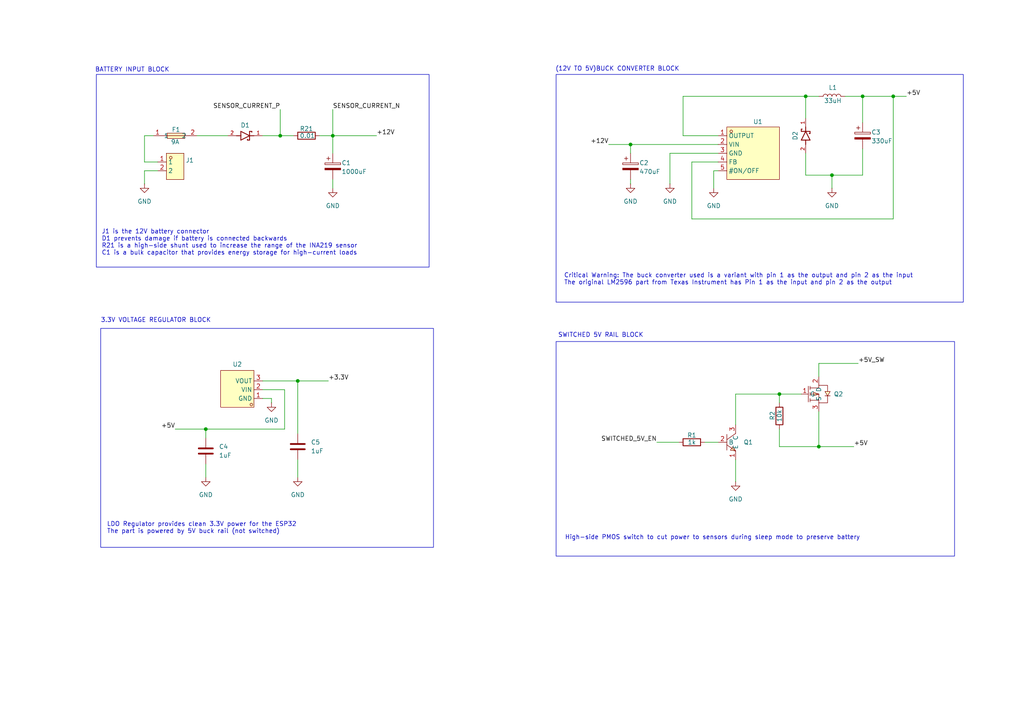
<source format=kicad_sch>
(kicad_sch (version 20250114) (generator "eeschema") (generator_version "9.0")
  (paper "A4")
  (lib_symbols
    (symbol "COIL:2N2222"
      (property "Reference" "Q" (at 0 10.16 0))
      (property "Value" "2N2222" (at 0 -10.16 0))
      (symbol "2N2222_0_1"
        (polyline (pts (xy 0 2.29) (xy 0 -2.29)))
        (polyline (pts (xy 0 -0.76) (xy 2.54 -2.54)))
        (polyline (pts (xy 2.54 2.54) (xy 0 0.76)))
        (polyline (pts (xy 2.54 -2.54) (xy 1.78 -1.27) (xy 1.02 -2.29) (xy 2.54 -2.54)) (fill (type background)))
        (pin unspecified line (at -2.54 0 0) (length 2.54) (name "B") (number "2"))
        (pin unspecified line (at 2.54 5.08 270) (length 2.54) (name "C") (number "3"))
        (pin unspecified line (at 2.54 -5.08 90) (length 2.54) (name "E") (number "1"))
      )
    )
    (symbol "COIL:A16-900"
      (property "Reference" "F" (at 0 5.08 0))
      (property "Value" "A16-900" (at 0 -5.08 0))
      (symbol "A16-900_0_1"
        (polyline (pts (xy -3.81 0) (xy 4.32 0)))
        (polyline (pts (xy -2.29 0.76) (xy -2.29 -0.76) (xy 2.79 -0.76) (xy 2.79 0.76) (xy -2.29 0.76)) (fill (type background)))
        (pin unspecified line (at -6.35 0 0) (length 2.54) (name "1") (number "1"))
        (pin unspecified line (at 6.35 0 180) (length 2.54) (name "2") (number "2"))
      )
    )
    (symbol "COIL:IRF9540NPBF"
      (property "Reference" "Q" (at 0 10.16 0))
      (property "Value" "IRF9540NPBF" (at 0 -10.16 0))
      (symbol "IRF9540NPBF_0_1"
        (polyline (pts (xy -1.78 2.29) (xy -1.78 -2.29)))
        (polyline (pts (xy -1.27 1.27) (xy -1.27 2.29)))
        (polyline (pts (xy -1.27 0) (xy 1.27 0) (xy 1.27 -2.54)))
        (polyline (pts (xy -1.27 -0.51) (xy -1.27 0.51)))
        (polyline (pts (xy -1.27 -2.29) (xy -1.27 -1.27)))
        (polyline (pts (xy 1.27 1.78) (xy -1.27 1.78)))
        (polyline (pts (xy 1.27 1.78) (xy 1.27 2.54) (xy 3.81 2.54) (xy 3.81 0.76)))
        (polyline (pts (xy 1.27 0) (xy -0.25 0.51) (xy -0.25 -0.51) (xy 1.27 0)) (fill (type background)))
        (polyline (pts (xy 1.27 -1.78) (xy -1.27 -1.78)))
        (polyline (pts (xy 1.27 -2.54) (xy 3.81 -2.54) (xy 3.81 -0.51)))
        (polyline (pts (xy 3.81 -0.51) (xy 4.57 0.76) (xy 3.05 0.76) (xy 3.81 -0.51)) (fill (type background)))
        (polyline (pts (xy 4.57 -0.51) (xy 4.32 -0.51) (xy 3.3 -0.51) (xy 3.05 -0.51)))
        (pin unspecified line (at -3.81 0 0) (length 2.032) (name "G") (number "1"))
        (pin unspecified line (at 1.27 5.08 270) (length 2.54) (name "D") (number "2"))
        (pin unspecified line (at 1.27 -5.08 90) (length 2.54) (name "S") (number "3"))
      )
    )
    (symbol "COIL:KF128-5.08-2P"
      (property "Reference" "U" (at 0 6.35 0))
      (property "Value" "KF128-5.08-2P" (at 0 -6.35 0))
      (symbol "KF128-5.08-2P_0_1"
        (rectangle (start -2.54 3.81) (end 2.54 -3.81) (fill (type background)))
        (circle (center -1.27 2.54) (radius 0.38))
        (pin unspecified line (at -5.08 1.27 0) (length 2.54) (name "1") (number "1"))
        (pin unspecified line (at -5.08 -1.27 0) (length 2.54) (name "2") (number "2"))
      )
    )
    (symbol "COIL:LM2595T-5.0"
      (property "Reference" "U" (at 0 -5.08 0))
      (property "Value" "LM2595T-5.0" (at 0 -15.24 0))
      (symbol "LM2595T-5.0_0_1"
        (rectangle (start -7.62 7.62) (end 7.62 -7.62) (fill (type background)))
        (circle (center -6.35 -6.35) (radius 0.38))
        (pin unspecified line (at -5.08 -10.16 90) (length 2.54) (name "OUTPUT") (number "1"))
        (pin unspecified line (at -2.54 -10.16 90) (length 2.54) (name "VIN") (number "2"))
        (pin unspecified line (at 0 -10.16 90) (length 2.54) (name "GND") (number "3"))
        (pin unspecified line (at 2.54 -10.16 90) (length 2.54) (name "FB") (number "4"))
        (pin unspecified line (at 5.08 -10.16 90) (length 2.54) (name "#ON/OFF") (number "5"))
      )
    )
    (symbol "COIL:MCP1702T-3302E_MB"
      (property "Reference" "LDO" (at 0 7.62 0))
      (property "Value" "MCP1702T-3302E/MB" (at 0 -7.62 0))
      (symbol "MCP1702T-3302E_MB_0_1"
        (rectangle (start -2.54 5.08) (end 7.11 -5.59) (fill (type background)))
        (circle (center -1.78 4.32) (radius 0.38))
        (pin unspecified line (at -5.08 2.54 0) (length 2.54) (name "GND") (number "1"))
        (pin unspecified line (at -5.08 0 0) (length 2.54) (name "VIN") (number "2"))
        (pin unspecified line (at -5.08 -2.54 0) (length 2.54) (name "VOUT") (number "3"))
      )
    )
    (symbol "COIL_1N5817-T:1N5817-T" (pin_names (offset 1.016))
      (property "Reference" "D" (at -5.08 2.54 0))
      (property "Value" "1N5817-T" (at -5.08 -3.81 0))
      (symbol "1N5817-T_0_0"
        (polyline (pts (xy -2.54 0) (xy -1.27 0)) (stroke (width 0.254)))
        (polyline (pts (xy -1.27 1.27) (xy -1.27 0)) (stroke (width 0.254)))
        (polyline (pts (xy -1.27 0) (xy -1.27 -1.27)) (stroke (width 0.254)))
        (polyline (pts (xy -1.27 -1.27) (xy 1.27 0)) (stroke (width 0.254)))
        (polyline (pts (xy 0.635 -1.016) (xy 0.635 -1.27)) (stroke (width 0.254)))
        (polyline (pts (xy 1.27 1.27) (xy 1.27 0)) (stroke (width 0.254)))
        (polyline (pts (xy 1.27 0) (xy -1.27 1.27)) (stroke (width 0.254)))
        (polyline (pts (xy 1.27 0) (xy 1.27 -1.27)) (stroke (width 0.254)))
        (polyline (pts (xy 1.27 -1.27) (xy 0.635 -1.27)) (stroke (width 0.254)))
        (polyline (pts (xy 1.905 1.27) (xy 1.27 1.27)) (stroke (width 0.254)))
        (polyline (pts (xy 1.905 1.27) (xy 1.905 1.016)) (stroke (width 0.254)))
        (polyline (pts (xy 2.54 0) (xy 1.27 0)) (stroke (width 0.254)))
        (pin passive line (at -5.08 0 0) (length 2.54) (name "~") (number "2"))
        (pin passive line (at 5.08 0 180) (length 2.54) (name "~") (number "1"))
      )
    )
    (symbol "Device:C" (pin_numbers (hide yes)) (pin_names (offset 0.254))
      (property "Reference" "C" (at 0.635 2.54 0))
      (property "Value" "C" (at 0.635 -2.54 0))
      (symbol "C_0_1"
        (polyline (pts (xy -2.032 0.762) (xy 2.032 0.762)) (stroke (width 0.508)))
        (polyline (pts (xy -2.032 -0.762) (xy 2.032 -0.762)) (stroke (width 0.508)))
      )
      (symbol "C_1_1"
        (pin passive line (at 0 3.81 270) (length 2.794) (name "~") (number "1"))
        (pin passive line (at 0 -3.81 90) (length 2.794) (name "~") (number "2"))
      )
    )
    (symbol "Device:C_Polarized" (pin_numbers (hide yes)) (pin_names (offset 0.254))
      (property "Reference" "C" (at 0.635 2.54 0))
      (property "Value" "C_Polarized" (at 0.635 -2.54 0))
      (symbol "C_Polarized_0_1"
        (rectangle (start -2.286 0.508) (end 2.286 1.016))
        (polyline (pts (xy -1.778 2.286) (xy -0.762 2.286)))
        (polyline (pts (xy -1.27 2.794) (xy -1.27 1.778)))
        (rectangle (start 2.286 -0.508) (end -2.286 -1.016) (fill (type outline)))
      )
      (symbol "C_Polarized_1_1"
        (pin passive line (at 0 3.81 270) (length 2.794) (name "~") (number "1"))
        (pin passive line (at 0 -3.81 90) (length 2.794) (name "~") (number "2"))
      )
    )
    (symbol "Device:L" (pin_numbers (hide yes)) (pin_names (offset 1.016) (hide yes))
      (property "Reference" "L" (at -1.27 0 90))
      (property "Value" "L" (at 1.905 0 90))
      (symbol "L_0_1"
        (arc (start 0 2.54) (mid 0.6323 1.905) (end 0 1.27))
        (arc (start 0 1.27) (mid 0.6323 0.635) (end 0 0))
        (arc (start 0 0) (mid 0.6323 -0.635) (end 0 -1.27))
        (arc (start 0 -1.27) (mid 0.6323 -1.905) (end 0 -2.54))
      )
      (symbol "L_1_1"
        (pin passive line (at 0 3.81 270) (length 1.27) (name "1") (number "1"))
        (pin passive line (at 0 -3.81 90) (length 1.27) (name "2") (number "2"))
      )
    )
    (symbol "Device:R" (pin_numbers (hide yes)) (pin_names (offset 0))
      (property "Reference" "R" (at 2.032 0 90))
      (property "Value" "R" (at 0 0 90))
      (symbol "R_0_1"
        (rectangle (start -1.016 -2.54) (end 1.016 2.54) (stroke (width 0.254)))
      )
      (symbol "R_1_1"
        (pin passive line (at 0 3.81 270) (length 1.27) (name "~") (number "1"))
        (pin passive line (at 0 -3.81 90) (length 1.27) (name "~") (number "2"))
      )
    )
    (symbol "power:GND" (power) (pin_numbers (hide yes)) (pin_names (offset 0) (hide yes))
      (property "Value" "GND" (at 0 -3.81 0))
      (symbol "GND_0_1"
        (polyline (pts (xy 0 0) (xy 0 -1.27) (xy 1.27 -1.27) (xy 0 -2.54) (xy -1.27 -1.27) (xy 0 -1.27)))
      )
      (symbol "GND_1_1"
        (pin power_in line (at 0 0 270) (length 0) (name "~") (number "1"))
      )
    )
  )
  (rectangle (start 29.21 95.25) (end 125.73 158.75))
  (rectangle (start 161.29 21.59) (end 279.4 87.63))
  (rectangle (start 27.94 21.59) (end 124.46 77.47))
  (rectangle (start 161.29 99.06) (end 276.86 161.29))
  (text "SWITCHED 5V RAIL BLOCK\n" (at 174.244 97.282 0) (effects (font (size 1.27 1.27))))
  (text "J1 is the 12V battery connector\nD1 prevents damage if battery is connected backwards\nR21 is a high-side shunt used to increase the range of the INA219 sensor\nC1 is a bulk capacitor that provides energy storage for high-current loads" (at 29.464 70.358 0) (effects (font (size 1.27 1.27)) (justify left)))
  (text "(12V TO 5V)BUCK CONVERTER BLOCK\n" (at 179.07 20.066 0) (effects (font (size 1.27 1.27))))
  (text "High-side PMOS switch to cut power to sensors during sleep mode to preserve battery\n" (at 163.83 155.956 0) (effects (font (size 1.27 1.27)) (justify left)))
  (text "3.3V VOLTAGE REGULATOR BLOCK" (at 45.212 92.964 0) (effects (font (size 1.27 1.27))))
  (text "LDO Regulator provides clean 3.3V power for the ESP32\nThe part is powered by 5V buck rail (not switched)" (at 30.988 153.162 0) (effects (font (size 1.27 1.27)) (justify left)))
  (text "BATTERY INPUT BLOCK" (at 38.354 20.32 0) (effects (font (size 1.27 1.27))))
  (text "Critical Warning: The buck converter used is a variant with pin 1 as the output and pin 2 as the input\nThe original LM2596 part from Texas Instrument has Pin 1 as the input and pin 2 as the output" (at 163.576 81.026 0) (effects (font (size 1.27 1.27)) (justify left)))
  (junction (at 59.69 124.46))
  (junction (at 250.19 27.94))
  (junction (at 226.06 114.3))
  (junction (at 96.52 39.37))
  (junction (at 259.08 27.94))
  (junction (at 81.28 39.37))
  (junction (at 233.68 27.94))
  (junction (at 86.36 110.49))
  (junction (at 241.3 50.8))
  (junction (at 182.88 41.91))
  (junction (at 237.49 129.54))
  (wire (pts (xy 198.12 27.94) (xy 233.68 27.94)))
  (wire (pts (xy 207.01 49.53) (xy 207.01 54.61)))
  (wire (pts (xy 233.68 44.45) (xy 233.68 50.8)))
  (wire (pts (xy 59.69 134.62) (xy 59.69 138.43)))
  (wire (pts (xy 86.36 110.49) (xy 95.25 110.49)))
  (wire (pts (xy 45.72 49.53) (xy 41.91 49.53)))
  (wire (pts (xy 213.36 114.3) (xy 226.06 114.3)))
  (wire (pts (xy 208.28 41.91) (xy 182.88 41.91)))
  (wire (pts (xy 59.69 124.46) (xy 59.69 127)))
  (wire (pts (xy 86.36 110.49) (xy 86.36 125.73)))
  (wire (pts (xy 96.52 52.07) (xy 96.52 54.61)))
  (wire (pts (xy 96.52 39.37) (xy 109.22 39.37)))
  (wire (pts (xy 237.49 129.54) (xy 237.49 119.38)))
  (wire (pts (xy 237.49 129.54) (xy 247.65 129.54)))
  (wire (pts (xy 250.19 50.8) (xy 250.19 43.18)))
  (wire (pts (xy 200.66 63.5) (xy 259.08 63.5)))
  (wire (pts (xy 86.36 133.35) (xy 86.36 138.43)))
  (wire (pts (xy 57.15 39.37) (xy 66.04 39.37)))
  (wire (pts (xy 92.71 39.37) (xy 96.52 39.37)))
  (wire (pts (xy 200.66 46.99) (xy 200.66 63.5)))
  (wire (pts (xy 250.19 27.94) (xy 259.08 27.94)))
  (wire (pts (xy 241.3 50.8) (xy 250.19 50.8)))
  (wire (pts (xy 204.47 128.27) (xy 208.28 128.27)))
  (wire (pts (xy 237.49 109.22) (xy 237.49 105.41)))
  (wire (pts (xy 76.2 113.03) (xy 82.55 113.03)))
  (wire (pts (xy 259.08 27.94) (xy 262.89 27.94)))
  (wire (pts (xy 237.49 105.41) (xy 248.92 105.41)))
  (wire (pts (xy 96.52 31.75) (xy 96.52 39.37)))
  (wire (pts (xy 208.28 49.53) (xy 207.01 49.53)))
  (wire (pts (xy 198.12 39.37) (xy 198.12 27.94)))
  (wire (pts (xy 233.68 27.94) (xy 237.49 27.94)))
  (wire (pts (xy 81.28 39.37) (xy 85.09 39.37)))
  (wire (pts (xy 250.19 27.94) (xy 250.19 35.56)))
  (wire (pts (xy 182.88 52.07) (xy 182.88 53.34)))
  (wire (pts (xy 241.3 50.8) (xy 241.3 54.61)))
  (wire (pts (xy 176.53 41.91) (xy 182.88 41.91)))
  (wire (pts (xy 45.72 46.99) (xy 41.91 46.99)))
  (wire (pts (xy 41.91 49.53) (xy 41.91 53.34)))
  (wire (pts (xy 82.55 113.03) (xy 82.55 124.46)))
  (wire (pts (xy 259.08 63.5) (xy 259.08 27.94)))
  (wire (pts (xy 50.8 124.46) (xy 59.69 124.46)))
  (wire (pts (xy 208.28 46.99) (xy 200.66 46.99)))
  (wire (pts (xy 194.31 44.45) (xy 194.31 53.34)))
  (wire (pts (xy 76.2 110.49) (xy 86.36 110.49)))
  (wire (pts (xy 190.5 128.27) (xy 196.85 128.27)))
  (wire (pts (xy 213.36 123.19) (xy 213.36 114.3)))
  (wire (pts (xy 76.2 115.57) (xy 78.74 115.57)))
  (wire (pts (xy 41.91 39.37) (xy 44.45 39.37)))
  (wire (pts (xy 226.06 124.46) (xy 226.06 129.54)))
  (wire (pts (xy 208.28 39.37) (xy 198.12 39.37)))
  (wire (pts (xy 82.55 124.46) (xy 59.69 124.46)))
  (wire (pts (xy 245.11 27.94) (xy 250.19 27.94)))
  (wire (pts (xy 233.68 27.94) (xy 233.68 34.29)))
  (wire (pts (xy 76.2 39.37) (xy 81.28 39.37)))
  (wire (pts (xy 182.88 41.91) (xy 182.88 44.45)))
  (wire (pts (xy 208.28 44.45) (xy 194.31 44.45)))
  (wire (pts (xy 41.91 46.99) (xy 41.91 39.37)))
  (wire (pts (xy 226.06 114.3) (xy 226.06 116.84)))
  (wire (pts (xy 96.52 39.37) (xy 96.52 44.45)))
  (wire (pts (xy 233.68 50.8) (xy 241.3 50.8)))
  (wire (pts (xy 226.06 129.54) (xy 237.49 129.54)))
  (wire (pts (xy 213.36 133.35) (xy 213.36 139.7)))
  (wire (pts (xy 232.41 114.3) (xy 226.06 114.3)))
  (wire (pts (xy 81.28 31.75) (xy 81.28 39.37)))
  (wire (pts (xy 78.74 115.57) (xy 78.74 116.84)))
  (label "+5V" (at 50.8 124.46 180))
  (label "SENSOR_CURRENT_N" (at 96.52 31.75 0))
  (label "+5V" (at 262.89 27.94 0))
  (label "+3.3V" (at 95.25 110.49 0))
  (label "+5V_SW" (at 248.92 105.41 0))
  (label "+12V" (at 109.22 39.37 0))
  (label "+12V" (at 176.53 41.91 180))
  (label "SWITCHED_5V_EN" (at 190.5 128.27 180))
  (label "SENSOR_CURRENT_P" (at 81.28 31.75 180))
  (label "+5V" (at 247.65 129.54 0))
  (symbol (lib_id "Device:R") (at 200.66 128.27 90) (unit 1)
    (property "Reference" "R1" (at 200.66 126.238 90))
    (property "Value" "1k" (at 200.66 128.27 90))
    (property "Description" "Resistor" (effects (hide yes)))
  )
  (symbol (lib_id "Device:L") (at 241.3 27.94 90) (unit 1)
    (property "Reference" "L1" (at 241.554 25.4 90))
    (property "Value" "33uH" (at 241.554 29.21 90))
    (property "Description" "Inductor" (effects (hide yes)))
  )
  (symbol (lib_id "power:GND") (at 86.36 138.43 0) (unit 1)
    (property "Reference" "#PWR09" (effects (hide yes)))
    (property "Value" "GND" (at 86.36 143.51 0))
    (property "Description" "Power symbol creates a global label with name \"GND\" , ground" (effects (hide yes)))
  )
  (symbol (lib_id "Device:C_Polarized") (at 96.52 48.26 0) (unit 1)
    (property "Reference" "C1" (at 99.06 47.244 0) (effects (justify left)))
    (property "Value" "1000uF" (at 99.06 49.784 0) (effects (justify left)))
    (property "Description" "Polarized capacitor" (effects (hide yes)))
  )
  (symbol (lib_id "Device:C") (at 86.36 129.54 0) (unit 1)
    (property "Reference" "C5" (at 90.17 128.2699 0) (effects (justify left)))
    (property "Value" "1uF" (at 90.17 130.8099 0) (effects (justify left)))
    (property "Description" "Unpolarized capacitor" (effects (hide yes)))
  )
  (symbol (lib_id "COIL_1N5817-T:1N5817-T") (at 233.68 39.37 90) (unit 1)
    (property "Reference" "D2" (at 230.632 39.37 0))
    (property "Value" "1N5817-T" (effects (hide yes)))
    (property "Footprint" "1N5817-T:DIOAD1039W78L463D236" (effects (hide yes)))
    (property "MF" "Diodes Inc." (effects (hide yes)))
    (property "SNAPEDA_PACKAGE_ID" "5539" (effects (hide yes)))
    (property "Package" "DO-41 Diodes Inc." (effects (hide yes)))
    (property "Price" "None" (effects (hide yes)))
    (property "Check_prices" "https://www.snapeda.com/parts/1N5817-T/Diodes+Inc./view-part/?ref=eda" (effects (hide yes)))
    (property "STANDARD" "IPC 7351B" (effects (hide yes)))
    (property "PARTREV" "10-2" (effects (hide yes)))
    (property "SnapEDA_Link" "https://www.snapeda.com/parts/1N5817-T/Diodes+Inc./view-part/?ref=snap" (effects (hide yes)))
    (property "MP" "1N5817-T" (effects (hide yes)))
    (property "Description_1" "Diode Schottky 20 V 1A Through Hole DO-41" (effects (hide yes)))
    (property "MANUFACTURER" "Diodes Inc." (effects (hide yes)))
    (property "Availability" "In Stock" (effects (hide yes)))
    (property "MAXIMUM_PACKAGE_HEIGHT" "2.72 mm" (effects (hide yes)))
  )
  (symbol (lib_id "power:GND") (at 182.88 53.34 0) (unit 1)
    (property "Reference" "#PWR01" (effects (hide yes)))
    (property "Value" "GND" (at 182.88 58.42 0))
    (property "Description" "Power symbol creates a global label with name \"GND\" , ground" (effects (hide yes)))
  )
  (symbol (lib_id "Device:C_Polarized") (at 182.88 48.26 0) (unit 1)
    (property "Reference" "C2" (at 185.42 47.244 0) (effects (justify left)))
    (property "Value" "470uF" (at 185.42 49.784 0) (effects (justify left)))
    (property "Description" "Polarized capacitor" (effects (hide yes)))
  )
  (symbol (lib_id "COIL_1N5817-T:1N5817-T") (at 71.12 39.37 0) (unit 1)
    (property "Reference" "D1" (at 71.12 36.322 0))
    (property "Value" "1N5817-T" (effects (hide yes)))
    (property "Footprint" "1N5817-T:DIOAD1039W78L463D236" (effects (hide yes)))
    (property "MF" "Diodes Inc." (effects (hide yes)))
    (property "SNAPEDA_PACKAGE_ID" "5539" (effects (hide yes)))
    (property "Package" "DO-41 Diodes Inc." (effects (hide yes)))
    (property "Price" "None" (effects (hide yes)))
    (property "Check_prices" "https://www.snapeda.com/parts/1N5817-T/Diodes+Inc./view-part/?ref=eda" (effects (hide yes)))
    (property "STANDARD" "IPC 7351B" (effects (hide yes)))
    (property "PARTREV" "10-2" (effects (hide yes)))
    (property "SnapEDA_Link" "https://www.snapeda.com/parts/1N5817-T/Diodes+Inc./view-part/?ref=snap" (effects (hide yes)))
    (property "MP" "1N5817-T" (effects (hide yes)))
    (property "Description_1" "Diode Schottky 20 V 1A Through Hole DO-41" (effects (hide yes)))
    (property "MANUFACTURER" "Diodes Inc." (effects (hide yes)))
    (property "Availability" "In Stock" (effects (hide yes)))
    (property "MAXIMUM_PACKAGE_HEIGHT" "2.72 mm" (effects (hide yes)))
  )
  (symbol (lib_id "COIL:MCP1702T-3302E_MB") (at 71.12 113.03 180) (unit 1)
    (property "Reference" "U2" (at 68.834 105.664 0))
    (property "Value" "MCP1702T-3302E/MB" (effects (hide yes)))
    (property "Footprint" ":SOT-89-3_L4.5-W2.5-P1.50-LS4.2-BR" (effects (hide yes)))
    (property "Datasheet" "https://lcsc.com/product-detail/Low-Dropout-Regulators-LDO_MICROCHIP_MCP1702T-3302E-MB_MCP1702T-3302E-MB_C88418.html" (effects (hide yes)))
    (property "LCSC Part" "C88418" (effects (hide yes)))
  )
  (symbol (lib_id "COIL:A16-900") (at 50.8 39.37 0) (unit 1)
    (property "Reference" "F1" (at 51.054 37.592 0))
    (property "Value" "9A" (at 50.8 41.148 0))
    (property "Footprint" ":FUSE-TH_L15.0-W3.0-P5.08-D1.0-S1.2" (effects (hide yes)))
    (property "Datasheet" "https://lcsc.com/product-detail/PTC-Fuse_9A-Self-recovery_C135397.html" (effects (hide yes)))
    (property "LCSC Part" "C135397" (effects (hide yes)))
  )
  (symbol (lib_id "COIL:KF128-5.08-2P") (at 50.8 48.26 0) (unit 1)
    (property "Reference" "J1" (at 53.848 46.482 0) (effects (justify left)))
    (property "Value" "KF128-5.08-2P" (effects (hide yes)))
    (property "Footprint" ":CONN-TH_P5.08_KF128-5.08-2P" (effects (hide yes)))
    (property "Datasheet" "https://lcsc.com/product-detail/New-Quadratic-Unclassified-Data_Cixi-Kefa-Elec-KF128-5-08-2P_C474952.html" (effects (hide yes)))
    (property "LCSC Part" "C474952" (effects (hide yes)))
  )
  (symbol (lib_id "power:GND") (at 194.31 53.34 0) (unit 1)
    (property "Reference" "#PWR05" (effects (hide yes)))
    (property "Value" "GND" (at 194.31 58.42 0))
    (property "Description" "Power symbol creates a global label with name \"GND\" , ground" (effects (hide yes)))
  )
  (symbol (lib_id "power:GND") (at 41.91 53.34 0) (unit 1)
    (property "Reference" "#PWR02" (effects (hide yes)))
    (property "Value" "GND" (at 41.91 58.42 0))
    (property "Description" "Power symbol creates a global label with name \"GND\" , ground" (effects (hide yes)))
  )
  (symbol (lib_id "Device:C_Polarized") (at 250.19 39.37 0) (unit 1)
    (property "Reference" "C3" (at 252.73 38.354 0) (effects (justify left)))
    (property "Value" "330uF" (at 252.73 40.894 0) (effects (justify left)))
    (property "Description" "Polarized capacitor" (effects (hide yes)))
  )
  (symbol (lib_id "power:GND") (at 96.52 54.61 0) (unit 1)
    (property "Reference" "#PWR03" (effects (hide yes)))
    (property "Value" "GND" (at 96.52 59.69 0))
    (property "Description" "Power symbol creates a global label with name \"GND\" , ground" (effects (hide yes)))
  )
  (symbol (lib_id "Device:R") (at 226.06 120.65 0) (unit 1)
    (property "Reference" "R2" (at 224.028 121.92 90) (effects (justify left)))
    (property "Value" "10k" (at 226.06 122.428 90) (effects (justify left)))
    (property "Description" "Resistor" (effects (hide yes)))
  )
  (symbol (lib_id "power:GND") (at 59.69 138.43 0) (unit 1)
    (property "Reference" "#PWR08" (effects (hide yes)))
    (property "Value" "GND" (at 59.69 143.51 0))
    (property "Description" "Power symbol creates a global label with name \"GND\" , ground" (effects (hide yes)))
  )
  (symbol (lib_id "Device:R") (at 88.9 39.37 90) (unit 1)
    (property "Reference" "R21" (at 88.9 37.338 90))
    (property "Value" "0.01" (at 89.154 39.37 90))
    (property "Description" "Resistor" (effects (hide yes)))
  )
  (symbol (lib_id "COIL:2N2222") (at 210.82 128.27 0) (unit 1)
    (property "Reference" "Q1" (at 215.646 128.27 0) (effects (justify left)))
    (property "Value" "2N2222" (effects (hide yes)))
    (property "Footprint" ":TO-92-3_L4.9-W3.7-P1.27-L" (effects (hide yes)))
    (property "Datasheet" "https://lcsc.com/product-detail/Transistors-NPN-PNP_2N2222_C118536.html" (effects (hide yes)))
    (property "LCSC Part" "C118536" (effects (hide yes)))
  )
  (symbol (lib_id "COIL:IRF9540NPBF") (at 236.22 114.3 0) (unit 1)
    (property "Reference" "Q2" (at 241.808 114.3 0) (effects (justify left)))
    (property "Value" "IRF9540NPBF" (effects (hide yes)))
    (property "Footprint" ":TO-220-3_L10.0-W4.5-P2.54-L" (effects (hide yes)))
    (property "Datasheet" "https://lcsc.com/product-detail/MOSFET_IR_IRF9540NPBF_IRF9540NPBF_C2575.html" (effects (hide yes)))
    (property "LCSC Part" "C2575" (effects (hide yes)))
  )
  (symbol (lib_id "power:GND") (at 78.74 116.84 0) (unit 1)
    (property "Reference" "#PWR07" (effects (hide yes)))
    (property "Value" "GND" (at 78.74 121.92 0))
    (property "Description" "Power symbol creates a global label with name \"GND\" , ground" (effects (hide yes)))
  )
  (symbol (lib_id "COIL:LM2595T-5.0") (at 218.44 44.45 270) (unit 1)
    (property "Reference" "U1" (at 218.44 35.306 90) (effects (justify left)))
    (property "Value" "LM2595T-5.0" (effects (hide yes)))
    (property "Footprint" ":TO-220-5L_L10.2-W4.5-P1.71-L" (effects (hide yes)))
    (property "Datasheet" "https://lcsc.com/product-detail/Others_HGSEMI-LM2595T-5-0_C316671.html" (effects (hide yes)))
    (property "LCSC Part" "C316671" (effects (hide yes)))
  )
  (symbol (lib_id "Device:C") (at 59.69 130.81 0) (unit 1)
    (property "Reference" "C4" (at 63.5 129.5399 0) (effects (justify left)))
    (property "Value" "1uF" (at 63.5 132.0799 0) (effects (justify left)))
    (property "Description" "Unpolarized capacitor" (effects (hide yes)))
  )
  (symbol (lib_id "power:GND") (at 213.36 139.7 0) (unit 1)
    (property "Reference" "#PWR010" (effects (hide yes)))
    (property "Value" "GND" (at 213.36 144.78 0))
    (property "Description" "Power symbol creates a global label with name \"GND\" , ground" (effects (hide yes)))
  )
  (symbol (lib_id "power:GND") (at 207.01 54.61 0) (unit 1)
    (property "Reference" "#PWR04" (effects (hide yes)))
    (property "Value" "GND" (at 207.01 59.69 0))
    (property "Description" "Power symbol creates a global label with name \"GND\" , ground" (effects (hide yes)))
  )
  (symbol (lib_id "power:GND") (at 241.3 54.61 0) (unit 1)
    (property "Reference" "#PWR06" (effects (hide yes)))
    (property "Value" "GND" (at 241.3 59.69 0))
    (property "Description" "Power symbol creates a global label with name \"GND\" , ground" (effects (hide yes)))
  )
)
</source>
